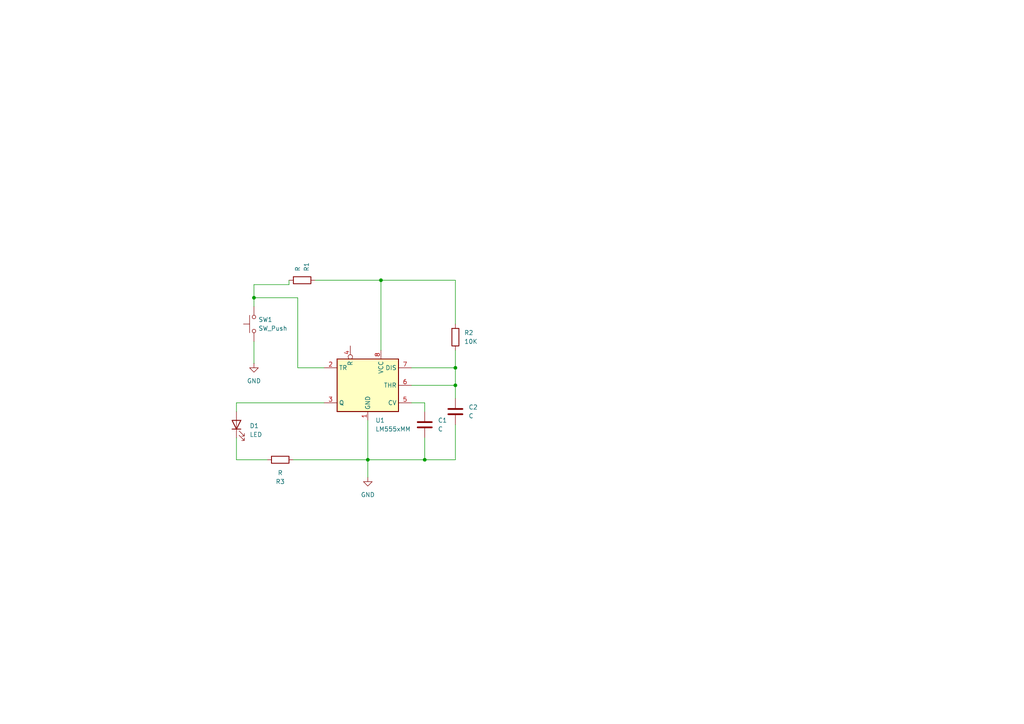
<source format=kicad_sch>
(kicad_sch
	(version 20231120)
	(generator "eeschema")
	(generator_version "8.0")
	(uuid "6c1017ca-bf99-4693-9b9e-b4fd4e9d6937")
	(paper "A4")
	(lib_symbols
		(symbol "Device:C"
			(pin_numbers hide)
			(pin_names
				(offset 0.254)
			)
			(exclude_from_sim no)
			(in_bom yes)
			(on_board yes)
			(property "Reference" "C"
				(at 0.635 2.54 0)
				(effects
					(font
						(size 1.27 1.27)
					)
					(justify left)
				)
			)
			(property "Value" "C"
				(at 0.635 -2.54 0)
				(effects
					(font
						(size 1.27 1.27)
					)
					(justify left)
				)
			)
			(property "Footprint" ""
				(at 0.9652 -3.81 0)
				(effects
					(font
						(size 1.27 1.27)
					)
					(hide yes)
				)
			)
			(property "Datasheet" "~"
				(at 0 0 0)
				(effects
					(font
						(size 1.27 1.27)
					)
					(hide yes)
				)
			)
			(property "Description" "Unpolarized capacitor"
				(at 0 0 0)
				(effects
					(font
						(size 1.27 1.27)
					)
					(hide yes)
				)
			)
			(property "ki_keywords" "cap capacitor"
				(at 0 0 0)
				(effects
					(font
						(size 1.27 1.27)
					)
					(hide yes)
				)
			)
			(property "ki_fp_filters" "C_*"
				(at 0 0 0)
				(effects
					(font
						(size 1.27 1.27)
					)
					(hide yes)
				)
			)
			(symbol "C_0_1"
				(polyline
					(pts
						(xy -2.032 -0.762) (xy 2.032 -0.762)
					)
					(stroke
						(width 0.508)
						(type default)
					)
					(fill
						(type none)
					)
				)
				(polyline
					(pts
						(xy -2.032 0.762) (xy 2.032 0.762)
					)
					(stroke
						(width 0.508)
						(type default)
					)
					(fill
						(type none)
					)
				)
			)
			(symbol "C_1_1"
				(pin passive line
					(at 0 3.81 270)
					(length 2.794)
					(name "~"
						(effects
							(font
								(size 1.27 1.27)
							)
						)
					)
					(number "1"
						(effects
							(font
								(size 1.27 1.27)
							)
						)
					)
				)
				(pin passive line
					(at 0 -3.81 90)
					(length 2.794)
					(name "~"
						(effects
							(font
								(size 1.27 1.27)
							)
						)
					)
					(number "2"
						(effects
							(font
								(size 1.27 1.27)
							)
						)
					)
				)
			)
		)
		(symbol "Device:LED"
			(pin_numbers hide)
			(pin_names
				(offset 1.016) hide)
			(exclude_from_sim no)
			(in_bom yes)
			(on_board yes)
			(property "Reference" "D"
				(at 0 2.54 0)
				(effects
					(font
						(size 1.27 1.27)
					)
				)
			)
			(property "Value" "LED"
				(at 0 -2.54 0)
				(effects
					(font
						(size 1.27 1.27)
					)
				)
			)
			(property "Footprint" ""
				(at 0 0 0)
				(effects
					(font
						(size 1.27 1.27)
					)
					(hide yes)
				)
			)
			(property "Datasheet" "~"
				(at 0 0 0)
				(effects
					(font
						(size 1.27 1.27)
					)
					(hide yes)
				)
			)
			(property "Description" "Light emitting diode"
				(at 0 0 0)
				(effects
					(font
						(size 1.27 1.27)
					)
					(hide yes)
				)
			)
			(property "ki_keywords" "LED diode"
				(at 0 0 0)
				(effects
					(font
						(size 1.27 1.27)
					)
					(hide yes)
				)
			)
			(property "ki_fp_filters" "LED* LED_SMD:* LED_THT:*"
				(at 0 0 0)
				(effects
					(font
						(size 1.27 1.27)
					)
					(hide yes)
				)
			)
			(symbol "LED_0_1"
				(polyline
					(pts
						(xy -1.27 -1.27) (xy -1.27 1.27)
					)
					(stroke
						(width 0.254)
						(type default)
					)
					(fill
						(type none)
					)
				)
				(polyline
					(pts
						(xy -1.27 0) (xy 1.27 0)
					)
					(stroke
						(width 0)
						(type default)
					)
					(fill
						(type none)
					)
				)
				(polyline
					(pts
						(xy 1.27 -1.27) (xy 1.27 1.27) (xy -1.27 0) (xy 1.27 -1.27)
					)
					(stroke
						(width 0.254)
						(type default)
					)
					(fill
						(type none)
					)
				)
				(polyline
					(pts
						(xy -3.048 -0.762) (xy -4.572 -2.286) (xy -3.81 -2.286) (xy -4.572 -2.286) (xy -4.572 -1.524)
					)
					(stroke
						(width 0)
						(type default)
					)
					(fill
						(type none)
					)
				)
				(polyline
					(pts
						(xy -1.778 -0.762) (xy -3.302 -2.286) (xy -2.54 -2.286) (xy -3.302 -2.286) (xy -3.302 -1.524)
					)
					(stroke
						(width 0)
						(type default)
					)
					(fill
						(type none)
					)
				)
			)
			(symbol "LED_1_1"
				(pin passive line
					(at -3.81 0 0)
					(length 2.54)
					(name "K"
						(effects
							(font
								(size 1.27 1.27)
							)
						)
					)
					(number "1"
						(effects
							(font
								(size 1.27 1.27)
							)
						)
					)
				)
				(pin passive line
					(at 3.81 0 180)
					(length 2.54)
					(name "A"
						(effects
							(font
								(size 1.27 1.27)
							)
						)
					)
					(number "2"
						(effects
							(font
								(size 1.27 1.27)
							)
						)
					)
				)
			)
		)
		(symbol "Device:R"
			(pin_numbers hide)
			(pin_names
				(offset 0)
			)
			(exclude_from_sim no)
			(in_bom yes)
			(on_board yes)
			(property "Reference" "R"
				(at 2.032 0 90)
				(effects
					(font
						(size 1.27 1.27)
					)
				)
			)
			(property "Value" "R"
				(at 0 0 90)
				(effects
					(font
						(size 1.27 1.27)
					)
				)
			)
			(property "Footprint" ""
				(at -1.778 0 90)
				(effects
					(font
						(size 1.27 1.27)
					)
					(hide yes)
				)
			)
			(property "Datasheet" "~"
				(at 0 0 0)
				(effects
					(font
						(size 1.27 1.27)
					)
					(hide yes)
				)
			)
			(property "Description" "Resistor"
				(at 0 0 0)
				(effects
					(font
						(size 1.27 1.27)
					)
					(hide yes)
				)
			)
			(property "ki_keywords" "R res resistor"
				(at 0 0 0)
				(effects
					(font
						(size 1.27 1.27)
					)
					(hide yes)
				)
			)
			(property "ki_fp_filters" "R_*"
				(at 0 0 0)
				(effects
					(font
						(size 1.27 1.27)
					)
					(hide yes)
				)
			)
			(symbol "R_0_1"
				(rectangle
					(start -1.016 -2.54)
					(end 1.016 2.54)
					(stroke
						(width 0.254)
						(type default)
					)
					(fill
						(type none)
					)
				)
			)
			(symbol "R_1_1"
				(pin passive line
					(at 0 3.81 270)
					(length 1.27)
					(name "~"
						(effects
							(font
								(size 1.27 1.27)
							)
						)
					)
					(number "1"
						(effects
							(font
								(size 1.27 1.27)
							)
						)
					)
				)
				(pin passive line
					(at 0 -3.81 90)
					(length 1.27)
					(name "~"
						(effects
							(font
								(size 1.27 1.27)
							)
						)
					)
					(number "2"
						(effects
							(font
								(size 1.27 1.27)
							)
						)
					)
				)
			)
		)
		(symbol "LM555xMM_1"
			(exclude_from_sim no)
			(in_bom yes)
			(on_board yes)
			(property "Reference" "U"
				(at -11.43 3.81 0)
				(effects
					(font
						(size 1.27 1.27)
					)
					(justify left)
				)
			)
			(property "Value" "LM555xMM"
				(at 1.27 3.81 0)
				(effects
					(font
						(size 1.27 1.27)
					)
					(justify left)
				)
			)
			(property "Footprint" "Package_SO:VSSOP-8_3.0x3.0mm_P0.65mm"
				(at 15.24 -15.24 0)
				(effects
					(font
						(size 1.27 1.27)
					)
					(hide yes)
				)
			)
			(property "Datasheet" "http://www.ti.com/lit/ds/symlink/lm555.pdf"
				(at 20.32 -15.24 0)
				(effects
					(font
						(size 1.27 1.27)
					)
					(hide yes)
				)
			)
			(property "Description" "Precision Timers, 555 compatible, VSSOP-8"
				(at -1.524 -5.334 0)
				(effects
					(font
						(size 1.27 1.27)
					)
					(hide yes)
				)
			)
			(property "ki_keywords" "single timer 555"
				(at 0 0 0)
				(effects
					(font
						(size 1.27 1.27)
					)
					(hide yes)
				)
			)
			(property "ki_fp_filters" "*VSSOP*3.0x3.0mm*P0.65mm*"
				(at 0 0 0)
				(effects
					(font
						(size 1.27 1.27)
					)
					(hide yes)
				)
			)
			(symbol "LM555xMM_1_0_0"
				(pin power_in line
					(at -1.27 -15.24 90)
					(length 2.54)
					(name "GND"
						(effects
							(font
								(size 1.27 1.27)
							)
						)
					)
					(number "1"
						(effects
							(font
								(size 1.27 1.27)
							)
						)
					)
				)
				(pin power_in line
					(at 2.54 5.08 270)
					(length 2.54)
					(name "VCC"
						(effects
							(font
								(size 1.27 1.27)
							)
						)
					)
					(number "8"
						(effects
							(font
								(size 1.27 1.27)
							)
						)
					)
				)
			)
			(symbol "LM555xMM_1_0_1"
				(rectangle
					(start -10.16 -12.7)
					(end 7.62 2.54)
					(stroke
						(width 0.254)
						(type default)
					)
					(fill
						(type background)
					)
				)
				(rectangle
					(start -10.16 2.54)
					(end 7.62 -12.7)
					(stroke
						(width 0.254)
						(type default)
					)
					(fill
						(type background)
					)
				)
			)
			(symbol "LM555xMM_1_1_1"
				(pin input line
					(at -13.97 0 0)
					(length 3.81)
					(name "TR"
						(effects
							(font
								(size 1.27 1.27)
							)
						)
					)
					(number "2"
						(effects
							(font
								(size 1.27 1.27)
							)
						)
					)
				)
				(pin output line
					(at -13.97 -10.16 0)
					(length 3.81)
					(name "Q"
						(effects
							(font
								(size 1.27 1.27)
							)
						)
					)
					(number "3"
						(effects
							(font
								(size 1.27 1.27)
							)
						)
					)
				)
				(pin input inverted
					(at -6.35 6.35 270)
					(length 3.81)
					(name "R"
						(effects
							(font
								(size 1.27 1.27)
							)
						)
					)
					(number "4"
						(effects
							(font
								(size 1.27 1.27)
							)
						)
					)
				)
				(pin input line
					(at 11.43 -10.16 180)
					(length 3.81)
					(name "CV"
						(effects
							(font
								(size 1.27 1.27)
							)
						)
					)
					(number "5"
						(effects
							(font
								(size 1.27 1.27)
							)
						)
					)
				)
				(pin input line
					(at 11.43 -5.08 180)
					(length 3.81)
					(name "THR"
						(effects
							(font
								(size 1.27 1.27)
							)
						)
					)
					(number "6"
						(effects
							(font
								(size 1.27 1.27)
							)
						)
					)
				)
				(pin input line
					(at 11.43 0 180)
					(length 3.81)
					(name "DIS"
						(effects
							(font
								(size 1.27 1.27)
							)
						)
					)
					(number "7"
						(effects
							(font
								(size 1.27 1.27)
							)
						)
					)
				)
			)
		)
		(symbol "Switch:SW_Push"
			(pin_numbers hide)
			(pin_names
				(offset 1.016) hide)
			(exclude_from_sim no)
			(in_bom yes)
			(on_board yes)
			(property "Reference" "SW"
				(at 1.27 2.54 0)
				(effects
					(font
						(size 1.27 1.27)
					)
					(justify left)
				)
			)
			(property "Value" "SW_Push"
				(at 0 -1.524 0)
				(effects
					(font
						(size 1.27 1.27)
					)
				)
			)
			(property "Footprint" ""
				(at 0 5.08 0)
				(effects
					(font
						(size 1.27 1.27)
					)
					(hide yes)
				)
			)
			(property "Datasheet" "~"
				(at 0 5.08 0)
				(effects
					(font
						(size 1.27 1.27)
					)
					(hide yes)
				)
			)
			(property "Description" "Push button switch, generic, two pins"
				(at 0 0 0)
				(effects
					(font
						(size 1.27 1.27)
					)
					(hide yes)
				)
			)
			(property "ki_keywords" "switch normally-open pushbutton push-button"
				(at 0 0 0)
				(effects
					(font
						(size 1.27 1.27)
					)
					(hide yes)
				)
			)
			(symbol "SW_Push_0_1"
				(circle
					(center -2.032 0)
					(radius 0.508)
					(stroke
						(width 0)
						(type default)
					)
					(fill
						(type none)
					)
				)
				(polyline
					(pts
						(xy 0 1.27) (xy 0 3.048)
					)
					(stroke
						(width 0)
						(type default)
					)
					(fill
						(type none)
					)
				)
				(polyline
					(pts
						(xy 2.54 1.27) (xy -2.54 1.27)
					)
					(stroke
						(width 0)
						(type default)
					)
					(fill
						(type none)
					)
				)
				(circle
					(center 2.032 0)
					(radius 0.508)
					(stroke
						(width 0)
						(type default)
					)
					(fill
						(type none)
					)
				)
				(pin passive line
					(at -5.08 0 0)
					(length 2.54)
					(name "1"
						(effects
							(font
								(size 1.27 1.27)
							)
						)
					)
					(number "1"
						(effects
							(font
								(size 1.27 1.27)
							)
						)
					)
				)
				(pin passive line
					(at 5.08 0 180)
					(length 2.54)
					(name "2"
						(effects
							(font
								(size 1.27 1.27)
							)
						)
					)
					(number "2"
						(effects
							(font
								(size 1.27 1.27)
							)
						)
					)
				)
			)
		)
		(symbol "power:GND"
			(power)
			(pin_numbers hide)
			(pin_names
				(offset 0) hide)
			(exclude_from_sim no)
			(in_bom yes)
			(on_board yes)
			(property "Reference" "#PWR"
				(at 0 -6.35 0)
				(effects
					(font
						(size 1.27 1.27)
					)
					(hide yes)
				)
			)
			(property "Value" "GND"
				(at 0 -3.81 0)
				(effects
					(font
						(size 1.27 1.27)
					)
				)
			)
			(property "Footprint" ""
				(at 0 0 0)
				(effects
					(font
						(size 1.27 1.27)
					)
					(hide yes)
				)
			)
			(property "Datasheet" ""
				(at 0 0 0)
				(effects
					(font
						(size 1.27 1.27)
					)
					(hide yes)
				)
			)
			(property "Description" "Power symbol creates a global label with name \"GND\" , ground"
				(at 0 0 0)
				(effects
					(font
						(size 1.27 1.27)
					)
					(hide yes)
				)
			)
			(property "ki_keywords" "global power"
				(at 0 0 0)
				(effects
					(font
						(size 1.27 1.27)
					)
					(hide yes)
				)
			)
			(symbol "GND_0_1"
				(polyline
					(pts
						(xy 0 0) (xy 0 -1.27) (xy 1.27 -1.27) (xy 0 -2.54) (xy -1.27 -1.27) (xy 0 -1.27)
					)
					(stroke
						(width 0)
						(type default)
					)
					(fill
						(type none)
					)
				)
			)
			(symbol "GND_1_1"
				(pin power_in line
					(at 0 0 270)
					(length 0)
					(name "~"
						(effects
							(font
								(size 1.27 1.27)
							)
						)
					)
					(number "1"
						(effects
							(font
								(size 1.27 1.27)
							)
						)
					)
				)
			)
		)
	)
	(junction
		(at 110.49 81.28)
		(diameter 0)
		(color 0 0 0 0)
		(uuid "2b18f1d0-da21-4717-9758-807463f385bd")
	)
	(junction
		(at 132.08 106.68)
		(diameter 0)
		(color 0 0 0 0)
		(uuid "7d698ed8-739f-48a7-bf9d-fd84057bf060")
	)
	(junction
		(at 123.19 133.35)
		(diameter 0)
		(color 0 0 0 0)
		(uuid "8f3caf8d-af4f-4b57-809c-f02c2778fd37")
	)
	(junction
		(at 106.68 133.35)
		(diameter 0)
		(color 0 0 0 0)
		(uuid "9f4cd6d7-b30b-426a-86f5-3a51d7b004cb")
	)
	(junction
		(at 73.66 86.36)
		(diameter 0)
		(color 0 0 0 0)
		(uuid "afba4fe6-cc24-40d5-9e06-7fb994172d17")
	)
	(junction
		(at 132.08 111.76)
		(diameter 0)
		(color 0 0 0 0)
		(uuid "e3deea92-3b4e-4bdc-af26-312ea7e78fe5")
	)
	(wire
		(pts
			(xy 119.38 111.76) (xy 132.08 111.76)
		)
		(stroke
			(width 0)
			(type default)
		)
		(uuid "13be2ee3-7cae-4b44-9ed4-481622145f7b")
	)
	(wire
		(pts
			(xy 123.19 127) (xy 123.19 133.35)
		)
		(stroke
			(width 0)
			(type default)
		)
		(uuid "158a97fe-a75b-4c33-a962-02b42fbd5ea6")
	)
	(wire
		(pts
			(xy 106.68 121.92) (xy 106.68 133.35)
		)
		(stroke
			(width 0)
			(type default)
		)
		(uuid "18d22f84-6cba-4a03-aea0-1590c4a13b4f")
	)
	(wire
		(pts
			(xy 132.08 133.35) (xy 123.19 133.35)
		)
		(stroke
			(width 0)
			(type default)
		)
		(uuid "1a8a6275-3712-456b-9188-65f655ce1b3c")
	)
	(wire
		(pts
			(xy 132.08 93.98) (xy 132.08 81.28)
		)
		(stroke
			(width 0)
			(type default)
		)
		(uuid "1d78f023-806a-473e-b0ce-a7c64e204546")
	)
	(wire
		(pts
			(xy 106.68 133.35) (xy 106.68 138.43)
		)
		(stroke
			(width 0)
			(type default)
		)
		(uuid "2082f96a-fd5b-4e61-a2a2-1c5197d043ee")
	)
	(wire
		(pts
			(xy 73.66 82.55) (xy 83.82 82.55)
		)
		(stroke
			(width 0)
			(type default)
		)
		(uuid "22c37ed8-8775-4e8c-b59a-751967b8d97c")
	)
	(wire
		(pts
			(xy 132.08 81.28) (xy 110.49 81.28)
		)
		(stroke
			(width 0)
			(type default)
		)
		(uuid "27089463-abb5-4dc6-928f-7deeae66a13d")
	)
	(wire
		(pts
			(xy 119.38 106.68) (xy 132.08 106.68)
		)
		(stroke
			(width 0)
			(type default)
		)
		(uuid "3f366088-d37f-4d3e-b31b-a3178d3b447b")
	)
	(wire
		(pts
			(xy 123.19 116.84) (xy 123.19 119.38)
		)
		(stroke
			(width 0)
			(type default)
		)
		(uuid "44aaeb70-622c-4913-b3b1-8441ac1703ac")
	)
	(wire
		(pts
			(xy 68.58 133.35) (xy 68.58 127)
		)
		(stroke
			(width 0)
			(type default)
		)
		(uuid "4f8a694f-a9c6-4b0d-945e-873ddb30b269")
	)
	(wire
		(pts
			(xy 93.98 106.68) (xy 86.36 106.68)
		)
		(stroke
			(width 0)
			(type default)
		)
		(uuid "546622f7-fe5b-4adf-b2a3-a5f63f9c1c4a")
	)
	(wire
		(pts
			(xy 106.68 133.35) (xy 85.09 133.35)
		)
		(stroke
			(width 0)
			(type default)
		)
		(uuid "5f996dfc-a19f-4312-9940-87fbd44b189f")
	)
	(wire
		(pts
			(xy 132.08 101.6) (xy 132.08 106.68)
		)
		(stroke
			(width 0)
			(type default)
		)
		(uuid "5ffa2650-d46d-4d6f-a228-5b4ebc5a5880")
	)
	(wire
		(pts
			(xy 77.47 133.35) (xy 68.58 133.35)
		)
		(stroke
			(width 0)
			(type default)
		)
		(uuid "629dceff-2c75-4fd1-9627-8c8a8debd9b7")
	)
	(wire
		(pts
			(xy 132.08 123.19) (xy 132.08 133.35)
		)
		(stroke
			(width 0)
			(type default)
		)
		(uuid "7deb3b92-b251-41f3-8daa-cca64bb79022")
	)
	(wire
		(pts
			(xy 110.49 81.28) (xy 91.44 81.28)
		)
		(stroke
			(width 0)
			(type default)
		)
		(uuid "8f59a01d-83e1-4845-aad1-19eb95b33337")
	)
	(wire
		(pts
			(xy 110.49 81.28) (xy 110.49 101.6)
		)
		(stroke
			(width 0)
			(type default)
		)
		(uuid "90ffc014-1469-484c-8f69-db2c7e2fa0cb")
	)
	(wire
		(pts
			(xy 68.58 116.84) (xy 93.98 116.84)
		)
		(stroke
			(width 0)
			(type default)
		)
		(uuid "96becc48-0524-435a-b589-78010bdc8f7a")
	)
	(wire
		(pts
			(xy 132.08 111.76) (xy 132.08 115.57)
		)
		(stroke
			(width 0)
			(type default)
		)
		(uuid "982d8550-0a8e-4cfb-b736-9b0343d68d3b")
	)
	(wire
		(pts
			(xy 132.08 106.68) (xy 132.08 111.76)
		)
		(stroke
			(width 0)
			(type default)
		)
		(uuid "9a02fde8-bebd-468f-84fe-869105ea5b88")
	)
	(wire
		(pts
			(xy 86.36 106.68) (xy 86.36 86.36)
		)
		(stroke
			(width 0)
			(type default)
		)
		(uuid "9d3913f9-ea95-4177-8353-2bcf34fbee72")
	)
	(wire
		(pts
			(xy 73.66 88.9) (xy 73.66 86.36)
		)
		(stroke
			(width 0)
			(type default)
		)
		(uuid "addaf83c-3af0-4f6c-a0d9-95962a986aab")
	)
	(wire
		(pts
			(xy 119.38 116.84) (xy 123.19 116.84)
		)
		(stroke
			(width 0)
			(type default)
		)
		(uuid "bc5087a6-ca2a-4e24-8b4b-47cb2914f23e")
	)
	(wire
		(pts
			(xy 73.66 99.06) (xy 73.66 105.41)
		)
		(stroke
			(width 0)
			(type default)
		)
		(uuid "ca6d6b13-9c84-4abd-befd-e0167d28b9c1")
	)
	(wire
		(pts
			(xy 73.66 86.36) (xy 73.66 82.55)
		)
		(stroke
			(width 0)
			(type default)
		)
		(uuid "d59b346f-9c62-4298-8448-c81791dd9d1d")
	)
	(wire
		(pts
			(xy 68.58 119.38) (xy 68.58 116.84)
		)
		(stroke
			(width 0)
			(type default)
		)
		(uuid "d6492beb-382d-45d7-919c-cb31ba52026d")
	)
	(wire
		(pts
			(xy 86.36 86.36) (xy 73.66 86.36)
		)
		(stroke
			(width 0)
			(type default)
		)
		(uuid "d7080ad9-5239-4d75-b1d6-99d71630e206")
	)
	(wire
		(pts
			(xy 83.82 82.55) (xy 83.82 81.28)
		)
		(stroke
			(width 0)
			(type default)
		)
		(uuid "f062951c-f73d-402f-94f6-58e11b256ef5")
	)
	(wire
		(pts
			(xy 123.19 133.35) (xy 106.68 133.35)
		)
		(stroke
			(width 0)
			(type default)
		)
		(uuid "f9d351dc-21a9-455c-b757-6fc28a6d9117")
	)
	(symbol
		(lib_id "Device:R")
		(at 132.08 97.79 0)
		(unit 1)
		(exclude_from_sim no)
		(in_bom yes)
		(on_board yes)
		(dnp no)
		(fields_autoplaced yes)
		(uuid "4320c037-397b-440f-8cf4-68d061f8dbe7")
		(property "Reference" "R2"
			(at 134.62 96.5199 0)
			(effects
				(font
					(size 1.27 1.27)
				)
				(justify left)
			)
		)
		(property "Value" "10K"
			(at 134.62 99.0599 0)
			(effects
				(font
					(size 1.27 1.27)
				)
				(justify left)
			)
		)
		(property "Footprint" ""
			(at 130.302 97.79 90)
			(effects
				(font
					(size 1.27 1.27)
				)
				(hide yes)
			)
		)
		(property "Datasheet" "~"
			(at 132.08 97.79 0)
			(effects
				(font
					(size 1.27 1.27)
				)
				(hide yes)
			)
		)
		(property "Description" "Resistor"
			(at 132.08 97.79 0)
			(effects
				(font
					(size 1.27 1.27)
				)
				(hide yes)
			)
		)
		(pin "1"
			(uuid "a0b5053b-d2c5-4fa4-bb52-2d96f54ce1c9")
		)
		(pin "2"
			(uuid "b5723df5-f71f-4308-904a-e45a4eccf208")
		)
		(instances
			(project "LM555"
				(path "/6c1017ca-bf99-4693-9b9e-b4fd4e9d6937"
					(reference "R2")
					(unit 1)
				)
			)
		)
	)
	(symbol
		(lib_id "Device:C")
		(at 132.08 119.38 0)
		(unit 1)
		(exclude_from_sim no)
		(in_bom yes)
		(on_board yes)
		(dnp no)
		(fields_autoplaced yes)
		(uuid "4b7ecb77-abfa-4568-aa1f-f7fef6a93bcf")
		(property "Reference" "C2"
			(at 135.89 118.1099 0)
			(effects
				(font
					(size 1.27 1.27)
				)
				(justify left)
			)
		)
		(property "Value" "C"
			(at 135.89 120.6499 0)
			(effects
				(font
					(size 1.27 1.27)
				)
				(justify left)
			)
		)
		(property "Footprint" ""
			(at 133.0452 123.19 0)
			(effects
				(font
					(size 1.27 1.27)
				)
				(hide yes)
			)
		)
		(property "Datasheet" "~"
			(at 132.08 119.38 0)
			(effects
				(font
					(size 1.27 1.27)
				)
				(hide yes)
			)
		)
		(property "Description" "Unpolarized capacitor"
			(at 132.08 119.38 0)
			(effects
				(font
					(size 1.27 1.27)
				)
				(hide yes)
			)
		)
		(pin "2"
			(uuid "08f46410-a931-42d2-8080-84e709e9f0d3")
		)
		(pin "1"
			(uuid "28fb0729-86ae-4a0b-801a-da79c7235d6d")
		)
		(instances
			(project "LM555"
				(path "/6c1017ca-bf99-4693-9b9e-b4fd4e9d6937"
					(reference "C2")
					(unit 1)
				)
			)
		)
	)
	(symbol
		(lib_id "Device:C")
		(at 123.19 123.19 0)
		(unit 1)
		(exclude_from_sim no)
		(in_bom yes)
		(on_board yes)
		(dnp no)
		(fields_autoplaced yes)
		(uuid "4e46e31f-3325-4f53-a4ad-bb8641a3dd5f")
		(property "Reference" "C1"
			(at 127 121.9199 0)
			(effects
				(font
					(size 1.27 1.27)
				)
				(justify left)
			)
		)
		(property "Value" "C"
			(at 127 124.4599 0)
			(effects
				(font
					(size 1.27 1.27)
				)
				(justify left)
			)
		)
		(property "Footprint" ""
			(at 124.1552 127 0)
			(effects
				(font
					(size 1.27 1.27)
				)
				(hide yes)
			)
		)
		(property "Datasheet" "~"
			(at 123.19 123.19 0)
			(effects
				(font
					(size 1.27 1.27)
				)
				(hide yes)
			)
		)
		(property "Description" "Unpolarized capacitor"
			(at 123.19 123.19 0)
			(effects
				(font
					(size 1.27 1.27)
				)
				(hide yes)
			)
		)
		(pin "1"
			(uuid "2779996a-4e6f-44df-bf07-497f98247a2b")
		)
		(pin "2"
			(uuid "c5ac723a-bdd6-4032-b732-749047adb1fd")
		)
		(instances
			(project "LM555"
				(path "/6c1017ca-bf99-4693-9b9e-b4fd4e9d6937"
					(reference "C1")
					(unit 1)
				)
			)
		)
	)
	(symbol
		(lib_id "power:GND")
		(at 73.66 105.41 0)
		(unit 1)
		(exclude_from_sim no)
		(in_bom yes)
		(on_board yes)
		(dnp no)
		(fields_autoplaced yes)
		(uuid "698b1407-6199-4cb5-b655-ceba52851aa2")
		(property "Reference" "#PWR02"
			(at 73.66 111.76 0)
			(effects
				(font
					(size 1.27 1.27)
				)
				(hide yes)
			)
		)
		(property "Value" "GND"
			(at 73.66 110.49 0)
			(effects
				(font
					(size 1.27 1.27)
				)
			)
		)
		(property "Footprint" ""
			(at 73.66 105.41 0)
			(effects
				(font
					(size 1.27 1.27)
				)
				(hide yes)
			)
		)
		(property "Datasheet" ""
			(at 73.66 105.41 0)
			(effects
				(font
					(size 1.27 1.27)
				)
				(hide yes)
			)
		)
		(property "Description" "Power symbol creates a global label with name \"GND\" , ground"
			(at 73.66 105.41 0)
			(effects
				(font
					(size 1.27 1.27)
				)
				(hide yes)
			)
		)
		(pin "1"
			(uuid "61cfcd81-fd6c-40f0-ba45-6735daa22afd")
		)
		(instances
			(project "LM555"
				(path "/6c1017ca-bf99-4693-9b9e-b4fd4e9d6937"
					(reference "#PWR02")
					(unit 1)
				)
			)
		)
	)
	(symbol
		(lib_id "Switch:SW_Push")
		(at 73.66 93.98 90)
		(unit 1)
		(exclude_from_sim no)
		(in_bom yes)
		(on_board yes)
		(dnp no)
		(fields_autoplaced yes)
		(uuid "7341f7f1-353b-4ff1-af33-ac38ab4b32a8")
		(property "Reference" "SW1"
			(at 74.93 92.7099 90)
			(effects
				(font
					(size 1.27 1.27)
				)
				(justify right)
			)
		)
		(property "Value" "SW_Push"
			(at 74.93 95.2499 90)
			(effects
				(font
					(size 1.27 1.27)
				)
				(justify right)
			)
		)
		(property "Footprint" ""
			(at 68.58 93.98 0)
			(effects
				(font
					(size 1.27 1.27)
				)
				(hide yes)
			)
		)
		(property "Datasheet" "~"
			(at 68.58 93.98 0)
			(effects
				(font
					(size 1.27 1.27)
				)
				(hide yes)
			)
		)
		(property "Description" "Push button switch, generic, two pins"
			(at 73.66 93.98 0)
			(effects
				(font
					(size 1.27 1.27)
				)
				(hide yes)
			)
		)
		(pin "1"
			(uuid "6759ba37-aef0-4be5-9729-c4e000cb43da")
		)
		(pin "2"
			(uuid "ed1c8fef-647c-4afd-b0b7-a17d14683fc3")
		)
		(instances
			(project "LM555"
				(path "/6c1017ca-bf99-4693-9b9e-b4fd4e9d6937"
					(reference "SW1")
					(unit 1)
				)
			)
		)
	)
	(symbol
		(lib_id "Device:R")
		(at 87.63 81.28 270)
		(mirror x)
		(unit 1)
		(exclude_from_sim no)
		(in_bom yes)
		(on_board yes)
		(dnp no)
		(uuid "b3958d6e-2489-40f3-9fb6-a5f681727bc0")
		(property "Reference" "R1"
			(at 88.9001 78.74 0)
			(effects
				(font
					(size 1.27 1.27)
				)
				(justify left)
			)
		)
		(property "Value" "R"
			(at 86.3601 78.74 0)
			(effects
				(font
					(size 1.27 1.27)
				)
				(justify left)
			)
		)
		(property "Footprint" ""
			(at 87.63 83.058 90)
			(effects
				(font
					(size 1.27 1.27)
				)
				(hide yes)
			)
		)
		(property "Datasheet" "~"
			(at 87.63 81.28 0)
			(effects
				(font
					(size 1.27 1.27)
				)
				(hide yes)
			)
		)
		(property "Description" "Resistor"
			(at 87.63 81.28 0)
			(effects
				(font
					(size 1.27 1.27)
				)
				(hide yes)
			)
		)
		(pin "2"
			(uuid "bda0e699-a7b6-4ddc-825f-3fdec4ce28e0")
		)
		(pin "1"
			(uuid "75d7a70f-482f-4f78-b9d7-d646ab2b7f6a")
		)
		(instances
			(project "LM555"
				(path "/6c1017ca-bf99-4693-9b9e-b4fd4e9d6937"
					(reference "R1")
					(unit 1)
				)
			)
		)
	)
	(symbol
		(lib_id "Device:R")
		(at 81.28 133.35 270)
		(mirror x)
		(unit 1)
		(exclude_from_sim no)
		(in_bom yes)
		(on_board yes)
		(dnp no)
		(uuid "b45efc65-e392-4326-a8a8-def14e3de086")
		(property "Reference" "R3"
			(at 81.28 139.7 90)
			(effects
				(font
					(size 1.27 1.27)
				)
			)
		)
		(property "Value" "R"
			(at 81.28 137.16 90)
			(effects
				(font
					(size 1.27 1.27)
				)
			)
		)
		(property "Footprint" ""
			(at 81.28 135.128 90)
			(effects
				(font
					(size 1.27 1.27)
				)
				(hide yes)
			)
		)
		(property "Datasheet" "~"
			(at 81.28 133.35 0)
			(effects
				(font
					(size 1.27 1.27)
				)
				(hide yes)
			)
		)
		(property "Description" "Resistor"
			(at 81.28 133.35 0)
			(effects
				(font
					(size 1.27 1.27)
				)
				(hide yes)
			)
		)
		(pin "2"
			(uuid "1959e4b4-e766-4b6b-a160-5c62417a4f55")
		)
		(pin "1"
			(uuid "4bf247fb-31af-4f80-976a-7f8f4ec7fe2b")
		)
		(instances
			(project "LM555"
				(path "/6c1017ca-bf99-4693-9b9e-b4fd4e9d6937"
					(reference "R3")
					(unit 1)
				)
			)
		)
	)
	(symbol
		(lib_name "LM555xMM_1")
		(lib_id "Timer:LM555xMM")
		(at 107.95 106.68 0)
		(unit 1)
		(exclude_from_sim no)
		(in_bom yes)
		(on_board yes)
		(dnp no)
		(fields_autoplaced yes)
		(uuid "dd9b4bbd-060e-4ace-8b8a-9b1553fec6c6")
		(property "Reference" "U1"
			(at 108.8741 121.92 0)
			(effects
				(font
					(size 1.27 1.27)
				)
				(justify left)
			)
		)
		(property "Value" "LM555xMM"
			(at 108.8741 124.46 0)
			(effects
				(font
					(size 1.27 1.27)
				)
				(justify left)
			)
		)
		(property "Footprint" "Package_SO:VSSOP-8_3.0x3.0mm_P0.65mm"
			(at 123.19 121.92 0)
			(effects
				(font
					(size 1.27 1.27)
				)
				(hide yes)
			)
		)
		(property "Datasheet" "http://www.ti.com/lit/ds/symlink/lm555.pdf"
			(at 128.27 121.92 0)
			(effects
				(font
					(size 1.27 1.27)
				)
				(hide yes)
			)
		)
		(property "Description" "Precision Timers, 555 compatible, VSSOP-8"
			(at 106.426 112.014 0)
			(effects
				(font
					(size 1.27 1.27)
				)
				(hide yes)
			)
		)
		(pin "1"
			(uuid "bd6b7e70-239b-4617-a336-24cf5cd7f1e6")
		)
		(pin "8"
			(uuid "ff230483-108c-418a-9cfd-02f2fa5b3232")
		)
		(pin "2"
			(uuid "038e2bf3-882f-4aff-97f0-26870f611988")
		)
		(pin "3"
			(uuid "aae9bf97-96f2-4422-b29f-1e18050f4e2f")
		)
		(pin "4"
			(uuid "ef06429f-2265-45d8-825c-ed04b2db608c")
		)
		(pin "5"
			(uuid "1ecd192e-5f39-4f2b-b27f-271240ad8b90")
		)
		(pin "6"
			(uuid "8f299740-cdbd-4a4f-869c-287e825c6756")
		)
		(pin "7"
			(uuid "bb9b1b9b-3b8b-4c68-8bbd-77757cf9c976")
		)
		(instances
			(project "LM555"
				(path "/6c1017ca-bf99-4693-9b9e-b4fd4e9d6937"
					(reference "U1")
					(unit 1)
				)
			)
		)
	)
	(symbol
		(lib_id "Device:LED")
		(at 68.58 123.19 90)
		(unit 1)
		(exclude_from_sim no)
		(in_bom yes)
		(on_board yes)
		(dnp no)
		(fields_autoplaced yes)
		(uuid "ecbc3160-7529-4642-8631-788905565b0b")
		(property "Reference" "D1"
			(at 72.39 123.5074 90)
			(effects
				(font
					(size 1.27 1.27)
				)
				(justify right)
			)
		)
		(property "Value" "LED"
			(at 72.39 126.0474 90)
			(effects
				(font
					(size 1.27 1.27)
				)
				(justify right)
			)
		)
		(property "Footprint" ""
			(at 68.58 123.19 0)
			(effects
				(font
					(size 1.27 1.27)
				)
				(hide yes)
			)
		)
		(property "Datasheet" "~"
			(at 68.58 123.19 0)
			(effects
				(font
					(size 1.27 1.27)
				)
				(hide yes)
			)
		)
		(property "Description" "Light emitting diode"
			(at 68.58 123.19 0)
			(effects
				(font
					(size 1.27 1.27)
				)
				(hide yes)
			)
		)
		(pin "2"
			(uuid "6302995b-11ef-421c-8bab-927185c424f1")
		)
		(pin "1"
			(uuid "bd6e0dea-3f2a-4f20-adae-d58171d16188")
		)
		(instances
			(project "LM555"
				(path "/6c1017ca-bf99-4693-9b9e-b4fd4e9d6937"
					(reference "D1")
					(unit 1)
				)
			)
		)
	)
	(symbol
		(lib_id "power:GND")
		(at 106.68 138.43 0)
		(unit 1)
		(exclude_from_sim no)
		(in_bom yes)
		(on_board yes)
		(dnp no)
		(fields_autoplaced yes)
		(uuid "f014b858-e30b-4d20-bdb6-4eb8134e2c99")
		(property "Reference" "#PWR01"
			(at 106.68 144.78 0)
			(effects
				(font
					(size 1.27 1.27)
				)
				(hide yes)
			)
		)
		(property "Value" "GND"
			(at 106.68 143.51 0)
			(effects
				(font
					(size 1.27 1.27)
				)
			)
		)
		(property "Footprint" ""
			(at 106.68 138.43 0)
			(effects
				(font
					(size 1.27 1.27)
				)
				(hide yes)
			)
		)
		(property "Datasheet" ""
			(at 106.68 138.43 0)
			(effects
				(font
					(size 1.27 1.27)
				)
				(hide yes)
			)
		)
		(property "Description" "Power symbol creates a global label with name \"GND\" , ground"
			(at 106.68 138.43 0)
			(effects
				(font
					(size 1.27 1.27)
				)
				(hide yes)
			)
		)
		(pin "1"
			(uuid "6a7e4b89-1028-4159-b41c-62aeaed835ec")
		)
		(instances
			(project "LM555"
				(path "/6c1017ca-bf99-4693-9b9e-b4fd4e9d6937"
					(reference "#PWR01")
					(unit 1)
				)
			)
		)
	)
	(sheet_instances
		(path "/"
			(page "1")
		)
	)
)
</source>
